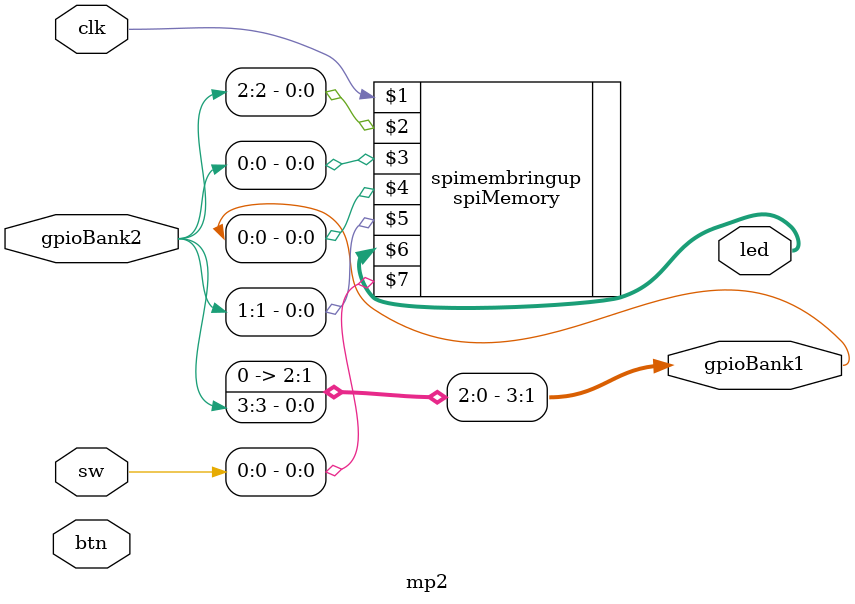
<source format=v>
`timescale 1ns / 1ps

module mp2(led, gpioBank1, gpioBank2, clk, sw, btn);

output[7:0] led;
output[3:0] gpioBank1;
input[3:0] gpioBank2;
input clk;
input[7:0] sw;
input[3:0] btn;

//TopLevelSPIMemory(clk, sclk_pin, cs_pin, miso_pin, mosi_pin, leds, faultinjector_pin);
spiMemory spimembringup (clk, gpioBank2[2], gpioBank2[0], gpioBank1[0], gpioBank2[1], led, sw[0]);

assign gpioBank1[3:1] = gpioBank2[3];

endmodule
</source>
